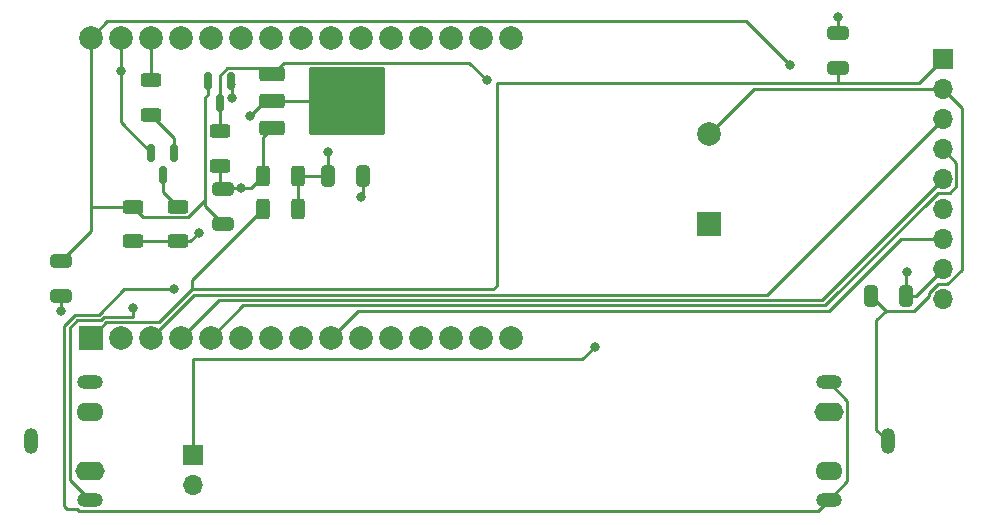
<source format=gbr>
%TF.GenerationSoftware,KiCad,Pcbnew,7.0.9*%
%TF.CreationDate,2024-12-25T11:05:57-08:00*%
%TF.ProjectId,ESP32btCWKeyBrd_Kicad Files,45535033-3262-4744-9357-4b6579427264,rev?*%
%TF.SameCoordinates,Original*%
%TF.FileFunction,Copper,L1,Top*%
%TF.FilePolarity,Positive*%
%FSLAX46Y46*%
G04 Gerber Fmt 4.6, Leading zero omitted, Abs format (unit mm)*
G04 Created by KiCad (PCBNEW 7.0.9) date 2024-12-25 11:05:57*
%MOMM*%
%LPD*%
G01*
G04 APERTURE LIST*
G04 Aperture macros list*
%AMRoundRect*
0 Rectangle with rounded corners*
0 $1 Rounding radius*
0 $2 $3 $4 $5 $6 $7 $8 $9 X,Y pos of 4 corners*
0 Add a 4 corners polygon primitive as box body*
4,1,4,$2,$3,$4,$5,$6,$7,$8,$9,$2,$3,0*
0 Add four circle primitives for the rounded corners*
1,1,$1+$1,$2,$3*
1,1,$1+$1,$4,$5*
1,1,$1+$1,$6,$7*
1,1,$1+$1,$8,$9*
0 Add four rect primitives between the rounded corners*
20,1,$1+$1,$2,$3,$4,$5,0*
20,1,$1+$1,$4,$5,$6,$7,0*
20,1,$1+$1,$6,$7,$8,$9,0*
20,1,$1+$1,$8,$9,$2,$3,0*%
G04 Aperture macros list end*
%TA.AperFunction,SMDPad,CuDef*%
%ADD10RoundRect,0.150000X-0.150000X0.587500X-0.150000X-0.587500X0.150000X-0.587500X0.150000X0.587500X0*%
%TD*%
%TA.AperFunction,SMDPad,CuDef*%
%ADD11RoundRect,0.250000X0.650000X-0.325000X0.650000X0.325000X-0.650000X0.325000X-0.650000X-0.325000X0*%
%TD*%
%TA.AperFunction,SMDPad,CuDef*%
%ADD12RoundRect,0.250000X0.325000X0.650000X-0.325000X0.650000X-0.325000X-0.650000X0.325000X-0.650000X0*%
%TD*%
%TA.AperFunction,SMDPad,CuDef*%
%ADD13RoundRect,0.250000X-0.625000X0.312500X-0.625000X-0.312500X0.625000X-0.312500X0.625000X0.312500X0*%
%TD*%
%TA.AperFunction,SMDPad,CuDef*%
%ADD14RoundRect,0.250000X-0.312500X-0.625000X0.312500X-0.625000X0.312500X0.625000X-0.312500X0.625000X0*%
%TD*%
%TA.AperFunction,SMDPad,CuDef*%
%ADD15RoundRect,0.250000X0.312500X0.625000X-0.312500X0.625000X-0.312500X-0.625000X0.312500X-0.625000X0*%
%TD*%
%TA.AperFunction,ComponentPad*%
%ADD16O,2.200000X1.200000*%
%TD*%
%TA.AperFunction,ComponentPad*%
%ADD17O,2.300000X1.600000*%
%TD*%
%TA.AperFunction,ComponentPad*%
%ADD18O,1.200000X2.200000*%
%TD*%
%TA.AperFunction,ComponentPad*%
%ADD19O,2.500000X1.600000*%
%TD*%
%TA.AperFunction,SMDPad,CuDef*%
%ADD20RoundRect,0.250000X-0.650000X0.325000X-0.650000X-0.325000X0.650000X-0.325000X0.650000X0.325000X0*%
%TD*%
%TA.AperFunction,SMDPad,CuDef*%
%ADD21RoundRect,0.250000X0.625000X-0.312500X0.625000X0.312500X-0.625000X0.312500X-0.625000X-0.312500X0*%
%TD*%
%TA.AperFunction,ComponentPad*%
%ADD22R,1.700000X1.700000*%
%TD*%
%TA.AperFunction,ComponentPad*%
%ADD23O,1.700000X1.700000*%
%TD*%
%TA.AperFunction,SMDPad,CuDef*%
%ADD24RoundRect,0.250000X-0.850000X-0.350000X0.850000X-0.350000X0.850000X0.350000X-0.850000X0.350000X0*%
%TD*%
%TA.AperFunction,SMDPad,CuDef*%
%ADD25RoundRect,0.250000X-1.275000X-1.125000X1.275000X-1.125000X1.275000X1.125000X-1.275000X1.125000X0*%
%TD*%
%TA.AperFunction,SMDPad,CuDef*%
%ADD26RoundRect,0.249997X-2.950003X-2.650003X2.950003X-2.650003X2.950003X2.650003X-2.950003X2.650003X0*%
%TD*%
%TA.AperFunction,ComponentPad*%
%ADD27R,2.000000X2.000000*%
%TD*%
%TA.AperFunction,ComponentPad*%
%ADD28C,2.000000*%
%TD*%
%TA.AperFunction,ViaPad*%
%ADD29C,0.800000*%
%TD*%
%TA.AperFunction,Conductor*%
%ADD30C,0.250000*%
%TD*%
G04 APERTURE END LIST*
D10*
%TO.P,Q2,1,B*%
%TO.N,Net-(Q2-B)*%
X115250000Y-76532500D03*
%TO.P,Q2,2,E*%
%TO.N,+5V*%
X113350000Y-76532500D03*
%TO.P,Q2,3,C*%
%TO.N,Net-(Q2-C)*%
X114300000Y-78407500D03*
%TD*%
D11*
%TO.P,C3,1*%
%TO.N,3V3*%
X166624000Y-75389000D03*
%TO.P,C3,2*%
%TO.N,GND*%
X166624000Y-72439000D03*
%TD*%
%TO.P,C1,1*%
%TO.N,GND*%
X100838000Y-94693000D03*
%TO.P,C1,2*%
%TO.N,+5V*%
X100838000Y-91743000D03*
%TD*%
D10*
%TO.P,Q1,1,B*%
%TO.N,Net-(Q1-B)*%
X110424000Y-82628500D03*
%TO.P,Q1,2,E*%
%TO.N,GND*%
X108524000Y-82628500D03*
%TO.P,Q1,3,C*%
%TO.N,Net-(Q1-C)*%
X109474000Y-84503500D03*
%TD*%
D12*
%TO.P,C4,1*%
%TO.N,+5V*%
X172417000Y-94742000D03*
%TO.P,C4,2*%
%TO.N,GND*%
X169467000Y-94742000D03*
%TD*%
D13*
%TO.P,R4,1*%
%TO.N,Net-(Q2-C)*%
X114300000Y-80772000D03*
%TO.P,R4,2*%
%TO.N,GND*%
X114300000Y-83697000D03*
%TD*%
D14*
%TO.P,R5,1*%
%TO.N,3V3*%
X117979000Y-87376000D03*
%TO.P,R5,2*%
%TO.N,AUDIO_IN*%
X120904000Y-87376000D03*
%TD*%
D15*
%TO.P,R6,1*%
%TO.N,AUDIO_IN*%
X120904000Y-84582000D03*
%TO.P,R6,2*%
%TO.N,GND*%
X117979000Y-84582000D03*
%TD*%
D16*
%TO.P,J1,R*%
%TO.N,unconnected-(J1-PadR)*%
X103298000Y-102014000D03*
D17*
%TO.P,J1,RN*%
%TO.N,N/C*%
X103298000Y-104514000D03*
D18*
%TO.P,J1,S*%
%TO.N,GND*%
X98298000Y-107014000D03*
D16*
%TO.P,J1,T*%
%TO.N,Net-(Q3-D)*%
X103298000Y-112014000D03*
D19*
%TO.P,J1,TN*%
%TO.N,N/C*%
X103298000Y-109514000D03*
%TD*%
D20*
%TO.P,C2,1*%
%TO.N,GND*%
X114554000Y-85647000D03*
%TO.P,C2,2*%
%TO.N,+5V*%
X114554000Y-88597000D03*
%TD*%
D12*
%TO.P,C5,1*%
%TO.N,Net-(C5-Pad1)*%
X126415500Y-84582000D03*
%TO.P,C5,2*%
%TO.N,AUDIO_IN*%
X123465500Y-84582000D03*
%TD*%
D16*
%TO.P,J3,R*%
%TO.N,Net-(C5-Pad1)*%
X165862000Y-112014000D03*
D17*
%TO.P,J3,RN*%
%TO.N,N/C*%
X165862000Y-109514000D03*
D18*
%TO.P,J3,S*%
%TO.N,GND*%
X170862000Y-107014000D03*
D16*
%TO.P,J3,T*%
%TO.N,Net-(C5-Pad1)*%
X165862000Y-102014000D03*
D19*
%TO.P,J3,TN*%
%TO.N,N/C*%
X165862000Y-104514000D03*
%TD*%
D21*
%TO.P,R2,1*%
%TO.N,Net-(Q2-B)*%
X110744000Y-90108500D03*
%TO.P,R2,2*%
%TO.N,Net-(Q1-C)*%
X110744000Y-87183500D03*
%TD*%
D22*
%TO.P,J4,1,Pin_1*%
%TO.N,Net-(J4-Pin_1)*%
X112014000Y-108204000D03*
D23*
%TO.P,J4,2,Pin_2*%
%TO.N,GND*%
X112014000Y-110744000D03*
%TD*%
D24*
%TO.P,Q3,1,G*%
%TO.N,Net-(Q2-C)*%
X118771000Y-75951000D03*
%TO.P,Q3,2,D*%
%TO.N,Net-(Q3-D)*%
X118771000Y-78231000D03*
D25*
X123396000Y-76706000D03*
X123396000Y-79756000D03*
D26*
X125071000Y-78231000D03*
D25*
X126746000Y-76706000D03*
X126746000Y-79756000D03*
D24*
%TO.P,Q3,3,S*%
%TO.N,GND*%
X118771000Y-80511000D03*
%TD*%
D27*
%TO.P,LS1,1,1*%
%TO.N,Net-(Q2-C)*%
X155702000Y-88626000D03*
D28*
%TO.P,LS1,2,2*%
%TO.N,GND*%
X155702000Y-81026000D03*
%TD*%
D13*
%TO.P,R3,1*%
%TO.N,+5V*%
X106934000Y-87183500D03*
%TO.P,R3,2*%
%TO.N,Net-(Q2-B)*%
X106934000Y-90108500D03*
%TD*%
D27*
%TO.P,U1,1,3V3*%
%TO.N,3V3*%
X103378000Y-98298000D03*
D28*
%TO.P,U1,2,GND*%
%TO.N,GND*%
X105918000Y-98298000D03*
%TO.P,U1,3,D15*%
%TO.N,CS*%
X108458000Y-98298000D03*
%TO.P,U1,4,D2*%
%TO.N,DC*%
X110998000Y-98298000D03*
%TO.P,U1,5,D4*%
%TO.N,RST*%
X113538000Y-98298000D03*
%TO.P,U1,6,RX2*%
%TO.N,unconnected-(U1-RX2-Pad6)*%
X116078000Y-98298000D03*
%TO.P,U1,7,TX2*%
%TO.N,unconnected-(U1-TX2-Pad7)*%
X118618000Y-98298000D03*
%TO.P,U1,8,D5*%
%TO.N,unconnected-(U1-D5-Pad8)*%
X121158000Y-98298000D03*
%TO.P,U1,9,D18*%
%TO.N,SCK*%
X123698000Y-98298000D03*
%TO.P,U1,10,D19*%
%TO.N,MISO*%
X126238000Y-98298000D03*
%TO.P,U1,11,D21*%
%TO.N,unconnected-(U1-D21-Pad11)*%
X128778000Y-98298000D03*
%TO.P,U1,12,RX0*%
%TO.N,unconnected-(U1-RX0-Pad12)*%
X131318000Y-98298000D03*
%TO.P,U1,13,TX0*%
%TO.N,unconnected-(U1-TX0-Pad13)*%
X133858000Y-98298000D03*
%TO.P,U1,14,D22*%
%TO.N,unconnected-(U1-D22-Pad14)*%
X136398000Y-98298000D03*
%TO.P,U1,15,D23*%
%TO.N,MOSI*%
X138938000Y-98298000D03*
%TO.P,U1,16,EN*%
%TO.N,unconnected-(U1-EN-Pad16)*%
X138938000Y-72898000D03*
%TO.P,U1,17,VP*%
%TO.N,unconnected-(U1-VP-Pad17)*%
X136398000Y-72898000D03*
%TO.P,U1,18,VN*%
%TO.N,unconnected-(U1-VN-Pad18)*%
X133858000Y-72898000D03*
%TO.P,U1,19,D34*%
%TO.N,AUDIO_IN*%
X131318000Y-72898000D03*
%TO.P,U1,20,D35*%
%TO.N,unconnected-(U1-D35-Pad20)*%
X128778000Y-72898000D03*
%TO.P,U1,21,D32*%
%TO.N,unconnected-(U1-D32-Pad21)*%
X126238000Y-72898000D03*
%TO.P,U1,22,D33*%
%TO.N,unconnected-(U1-D33-Pad22)*%
X123698000Y-72898000D03*
%TO.P,U1,23,D25*%
%TO.N,unconnected-(U1-D25-Pad23)*%
X121158000Y-72898000D03*
%TO.P,U1,24,D26*%
%TO.N,unconnected-(U1-D26-Pad24)*%
X118618000Y-72898000D03*
%TO.P,U1,25,D27*%
%TO.N,unconnected-(U1-D27-Pad25)*%
X116078000Y-72898000D03*
%TO.P,U1,26,D14*%
%TO.N,unconnected-(U1-D14-Pad26)*%
X113538000Y-72898000D03*
%TO.P,U1,27,D12*%
%TO.N,unconnected-(U1-D12-Pad27)*%
X110998000Y-72898000D03*
%TO.P,U1,28,D13*%
%TO.N,Net-(U1-D13)*%
X108458000Y-72898000D03*
%TO.P,U1,29,GND*%
%TO.N,GND*%
X105918000Y-72898000D03*
%TO.P,U1,30,VIN*%
%TO.N,+5V*%
X103378000Y-72898000D03*
%TD*%
D22*
%TO.P,J2,1,Pin_1*%
%TO.N,3V3*%
X175514000Y-74676000D03*
D23*
%TO.P,J2,2,Pin_2*%
%TO.N,GND*%
X175514000Y-77216000D03*
%TO.P,J2,3,Pin_3*%
%TO.N,CS*%
X175514000Y-79756000D03*
%TO.P,J2,4,Pin_4*%
%TO.N,RST*%
X175514000Y-82296000D03*
%TO.P,J2,5,Pin_5*%
%TO.N,DC*%
X175514000Y-84836000D03*
%TO.P,J2,6,Pin_6*%
%TO.N,MOSI*%
X175514000Y-87376000D03*
%TO.P,J2,7,Pin_7*%
%TO.N,SCK*%
X175514000Y-89916000D03*
%TO.P,J2,8,Pin_8*%
%TO.N,+5V*%
X175514000Y-92456000D03*
%TO.P,J2,9,Pin_9*%
%TO.N,MISO*%
X175514000Y-94996000D03*
%TD*%
D21*
%TO.P,R1,1*%
%TO.N,Net-(Q1-B)*%
X108458000Y-79379000D03*
%TO.P,R1,2*%
%TO.N,Net-(U1-D13)*%
X108458000Y-76454000D03*
%TD*%
D29*
%TO.N,Net-(Q2-B)*%
X115316000Y-77978000D03*
%TO.N,GND*%
X105928200Y-75681800D03*
X100838000Y-96012000D03*
X166624000Y-71120000D03*
X116078000Y-85598000D03*
%TO.N,+5V*%
X162560000Y-75184000D03*
X146050000Y-99028500D03*
X172466000Y-92710000D03*
%TO.N,Net-(C5-Pad1)*%
X126238000Y-86360000D03*
X110436150Y-94180149D03*
%TO.N,AUDIO_IN*%
X123444000Y-82550000D03*
%TO.N,Net-(Q2-B)*%
X112522000Y-89408000D03*
%TO.N,Net-(Q2-C)*%
X136906000Y-76454000D03*
%TO.N,Net-(Q3-D)*%
X116840000Y-79502000D03*
X106934000Y-95758000D03*
%TD*%
D30*
%TO.N,+5V*%
X113350000Y-77658000D02*
X113350000Y-76532500D01*
X113030000Y-83069400D02*
X113030000Y-77978000D01*
X113030000Y-77978000D02*
X113350000Y-77658000D01*
X113100000Y-83139400D02*
X113030000Y-83069400D01*
X113100000Y-86585100D02*
X113100000Y-83139400D01*
%TO.N,Net-(Q2-B)*%
X115316000Y-77978000D02*
X115316000Y-76598500D01*
X115316000Y-76598500D02*
X115250000Y-76532500D01*
%TO.N,GND*%
X105928200Y-80032700D02*
X108524000Y-82628500D01*
X105928200Y-75681800D02*
X105928200Y-80032700D01*
%TO.N,Net-(Q1-B)*%
X110424000Y-81345000D02*
X110424000Y-82628500D01*
X108458000Y-79379000D02*
X110424000Y-81345000D01*
%TO.N,GND*%
X105918000Y-75671600D02*
X105928200Y-75681800D01*
X177139000Y-78841000D02*
X175514000Y-77216000D01*
X170692000Y-95967000D02*
X169887000Y-96772000D01*
X177139000Y-92492701D02*
X177139000Y-78841000D01*
X100838000Y-96012000D02*
X100838000Y-94693000D01*
X117979000Y-81303000D02*
X117979000Y-84582000D01*
X116078000Y-85598000D02*
X116963000Y-85598000D01*
X114300000Y-83697000D02*
X114300000Y-85393000D01*
X174339000Y-94742000D02*
X174339000Y-94509299D01*
X116078000Y-85598000D02*
X114603000Y-85598000D01*
X114300000Y-85393000D02*
X114554000Y-85647000D01*
X174339000Y-94509299D02*
X175122299Y-93726000D01*
X169887000Y-106039000D02*
X170862000Y-107014000D01*
X114603000Y-85598000D02*
X114554000Y-85647000D01*
X175122299Y-93726000D02*
X175905701Y-93726000D01*
X116963000Y-85598000D02*
X117979000Y-84582000D01*
X169467000Y-94742000D02*
X170692000Y-95967000D01*
X159512000Y-77216000D02*
X155702000Y-81026000D01*
X169887000Y-96772000D02*
X169887000Y-106039000D01*
X170692000Y-95967000D02*
X173114000Y-95967000D01*
X175514000Y-77216000D02*
X159512000Y-77216000D01*
X105918000Y-72898000D02*
X105918000Y-75671600D01*
X173114000Y-95967000D02*
X174339000Y-94742000D01*
X166624000Y-71120000D02*
X166624000Y-72439000D01*
X175905701Y-93726000D02*
X177139000Y-92492701D01*
X118771000Y-80511000D02*
X117979000Y-81303000D01*
%TO.N,+5V*%
X103378000Y-72898000D02*
X104783000Y-71493000D01*
X173228000Y-94742000D02*
X172417000Y-94742000D01*
X158869000Y-71493000D02*
X162560000Y-75184000D01*
X175514000Y-92456000D02*
X173228000Y-94742000D01*
X104783000Y-71493000D02*
X158869000Y-71493000D01*
X103378000Y-89203000D02*
X100838000Y-91743000D01*
X146050000Y-99028500D02*
X145002500Y-100076000D01*
X107821500Y-88071000D02*
X106934000Y-87183500D01*
X103378000Y-72898000D02*
X103378000Y-87122000D01*
X111614100Y-88071000D02*
X113100000Y-86585100D01*
X145002500Y-100076000D02*
X112014000Y-100076000D01*
X113100000Y-86585100D02*
X113100000Y-87143000D01*
X103439500Y-87183500D02*
X103378000Y-87122000D01*
X103378000Y-87122000D02*
X103378000Y-89203000D01*
X111614100Y-88071000D02*
X107821500Y-88071000D01*
X112014000Y-100076000D02*
X112014000Y-108204000D01*
X113100000Y-87143000D02*
X114554000Y-88597000D01*
X172417000Y-92759000D02*
X172466000Y-92710000D01*
X172417000Y-94742000D02*
X172417000Y-92759000D01*
%TO.N,Net-(Q2-B)*%
X115500000Y-76782500D02*
X115250000Y-76532500D01*
%TO.N,+5V*%
X106934000Y-87183500D02*
X103439500Y-87183500D01*
%TO.N,3V3*%
X137465000Y-94183000D02*
X137753000Y-93895000D01*
X111936604Y-94183000D02*
X137465000Y-94183000D01*
X166624000Y-75389000D02*
X166624000Y-76693000D01*
X173497000Y-76693000D02*
X175514000Y-74676000D01*
X166624000Y-76693000D02*
X173497000Y-76693000D01*
X109146604Y-96973000D02*
X111936604Y-94183000D01*
X137826222Y-76693000D02*
X166624000Y-76693000D01*
X103378000Y-98298000D02*
X104703000Y-96973000D01*
X111936604Y-94183000D02*
X111936604Y-93418396D01*
X137753000Y-93895000D02*
X137753000Y-76766222D01*
X137753000Y-76766222D02*
X137826222Y-76693000D01*
X104703000Y-96973000D02*
X109146604Y-96973000D01*
X111936604Y-93418396D02*
X117979000Y-87376000D01*
%TO.N,Net-(C5-Pad1)*%
X164937000Y-112939000D02*
X165862000Y-112014000D01*
X167437000Y-110439000D02*
X165862000Y-112014000D01*
X110436150Y-94180149D02*
X106223059Y-94180149D01*
X126415500Y-84582000D02*
X126415500Y-86182500D01*
X102251852Y-112776000D02*
X102414852Y-112939000D01*
X126415500Y-86182500D02*
X126238000Y-86360000D01*
X102065604Y-96324000D02*
X101092000Y-97297604D01*
X101346000Y-112776000D02*
X102251852Y-112776000D01*
X167437000Y-103589000D02*
X167437000Y-110439000D01*
X106223059Y-94180149D02*
X104079208Y-96324000D01*
X102414852Y-112939000D02*
X164937000Y-112939000D01*
X104079208Y-96324000D02*
X102065604Y-96324000D01*
X165862000Y-102014000D02*
X167437000Y-103589000D01*
X101092000Y-112522000D02*
X101346000Y-112776000D01*
X101092000Y-97297604D02*
X101092000Y-112522000D01*
%TO.N,AUDIO_IN*%
X120904000Y-84582000D02*
X123465500Y-84582000D01*
X120904000Y-87376000D02*
X120904000Y-84582000D01*
X123465500Y-82571500D02*
X123444000Y-82550000D01*
X123465500Y-84582000D02*
X123465500Y-82571500D01*
%TO.N,CS*%
X112123000Y-94633000D02*
X108458000Y-98298000D01*
X175514000Y-79756000D02*
X160637000Y-94633000D01*
X160637000Y-94633000D02*
X112123000Y-94633000D01*
%TO.N,RST*%
X165579000Y-95533000D02*
X175101000Y-86011000D01*
X176117000Y-86011000D02*
X176689000Y-85439000D01*
X175101000Y-86011000D02*
X176117000Y-86011000D01*
X176689000Y-83471000D02*
X175514000Y-82296000D01*
X116303000Y-95533000D02*
X165579000Y-95533000D01*
X113538000Y-98298000D02*
X116303000Y-95533000D01*
X176689000Y-85439000D02*
X176689000Y-83471000D01*
%TO.N,DC*%
X175514000Y-84836000D02*
X165267000Y-95083000D01*
X165267000Y-95083000D02*
X114213000Y-95083000D01*
X114213000Y-95083000D02*
X110998000Y-98298000D01*
%TO.N,SCK*%
X171958000Y-89916000D02*
X175514000Y-89916000D01*
X165871000Y-96003000D02*
X171958000Y-89916000D01*
X125993000Y-96003000D02*
X165871000Y-96003000D01*
X123698000Y-98298000D02*
X125993000Y-96003000D01*
%TO.N,Net-(Q1-C)*%
X109474000Y-85913500D02*
X110744000Y-87183500D01*
X109474000Y-84503500D02*
X109474000Y-85913500D01*
%TO.N,Net-(Q2-B)*%
X110744000Y-90108500D02*
X111821500Y-90108500D01*
X110744000Y-90108500D02*
X106934000Y-90108500D01*
X111821500Y-90108500D02*
X112522000Y-89408000D01*
%TO.N,Net-(Q2-C)*%
X119716000Y-75006000D02*
X135458000Y-75006000D01*
X118258000Y-75438000D02*
X118771000Y-75951000D01*
X114300000Y-78407500D02*
X114300000Y-80772000D01*
X118771000Y-75951000D02*
X119716000Y-75006000D01*
X135458000Y-75006000D02*
X136906000Y-76454000D01*
X114300000Y-78407500D02*
X114300000Y-76069092D01*
X114931092Y-75438000D02*
X118258000Y-75438000D01*
X114300000Y-76069092D02*
X114931092Y-75438000D01*
%TO.N,Net-(Q3-D)*%
X101600000Y-110316000D02*
X103298000Y-112014000D01*
X118111000Y-78231000D02*
X116840000Y-79502000D01*
X121871000Y-78231000D02*
X123396000Y-76706000D01*
X104265604Y-96774000D02*
X102252000Y-96774000D01*
X106934000Y-96523000D02*
X104516604Y-96523000D01*
X104516604Y-96523000D02*
X104265604Y-96774000D01*
X101600000Y-97426000D02*
X101600000Y-110316000D01*
X118771000Y-78231000D02*
X121871000Y-78231000D01*
X102252000Y-96774000D02*
X101600000Y-97426000D01*
X106934000Y-95758000D02*
X106934000Y-96523000D01*
X118771000Y-78231000D02*
X118111000Y-78231000D01*
%TO.N,Net-(U1-D13)*%
X108458000Y-72898000D02*
X108458000Y-76454000D01*
%TD*%
M02*

</source>
